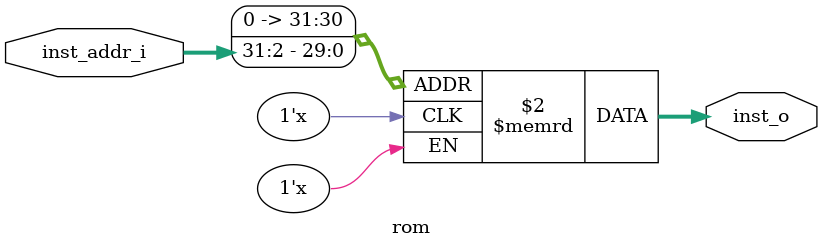
<source format=v>
module rom (
    input  wire [31:0] inst_addr_i,
    output reg  [31:0] inst_o
);

  reg [31:0] rom_mem[0:4095];  //4096个32b的空间

  always @(*) begin  //组合逻辑
    inst_o = rom_mem[inst_addr_i>>2];
  end

endmodule

</source>
